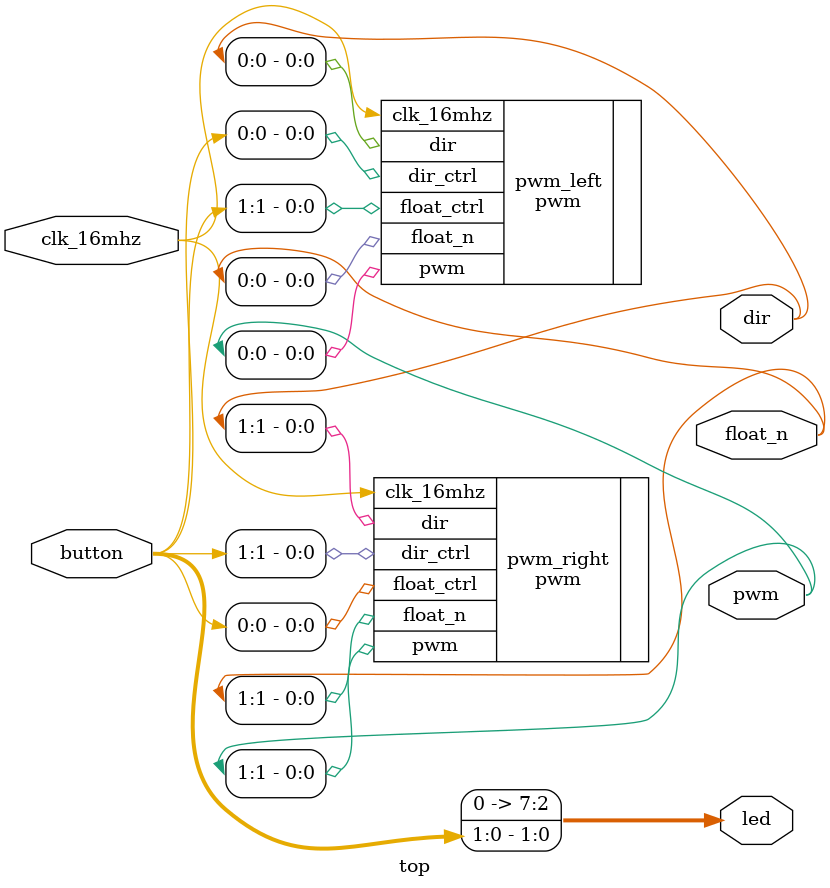
<source format=v>
module top
(
    input wire  clk_16mhz,

    // basicio
    input wire [1:0] button,
    output wire [7:0] led,

    // motor pins
    output wire [1:0] pwm,
    output wire [1:0] dir,
    output wire [1:0] float_n
);

localparam LEFT     = 0;
localparam RIGHT    = 1;

assign led = {6'h0,button[1],button[0]}; 

// Instantiate PWM modules

pwm #
(
    .DUTY_CYCLE(20)
) pwm_left
(
    .clk_16mhz(clk_16mhz),
    .dir_ctrl(button[0]),
    .float_ctrl(button[1]),

    // Motor pins
    .pwm(pwm[LEFT]),
    .dir(dir[LEFT]),
    .float_n(float_n[LEFT])
);

pwm #
(
    .DUTY_CYCLE(30)
) pwm_right
(
    .clk_16mhz(clk_16mhz),
    .dir_ctrl(button[1]),
    .float_ctrl(button[0]),

    // Motor pins
    .pwm(pwm[RIGHT]),
    .dir(dir[RIGHT]),
    .float_n(float_n[RIGHT])
);

endmodule

</source>
